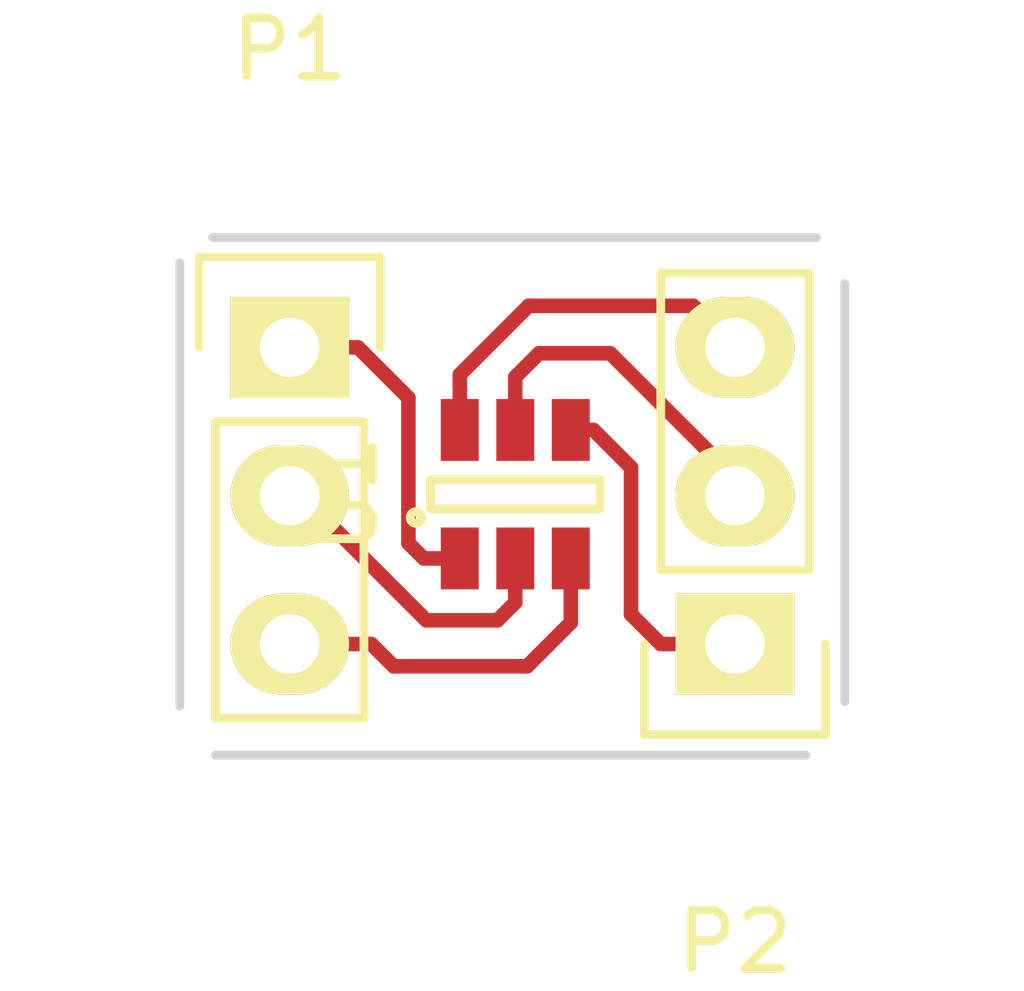
<source format=kicad_pcb>
(kicad_pcb (version 4) (host pcbnew 0.201510170916+6271~30~ubuntu14.04.1-product)

  (general
    (links 6)
    (no_connects 0)
    (area 106.096999 82.855999 117.753201 91.921401)
    (thickness 1.6)
    (drawings 4)
    (tracks 29)
    (zones 0)
    (modules 3)
    (nets 7)
  )

  (page A4)
  (layers
    (0 F.Cu signal)
    (31 B.Cu signal)
    (32 B.Adhes user)
    (33 F.Adhes user)
    (34 B.Paste user)
    (35 F.Paste user)
    (36 B.SilkS user)
    (37 F.SilkS user)
    (38 B.Mask user)
    (39 F.Mask user)
    (40 Dwgs.User user)
    (41 Cmts.User user)
    (42 Eco1.User user)
    (43 Eco2.User user)
    (44 Edge.Cuts user)
    (45 Margin user)
    (46 B.CrtYd user)
    (47 F.CrtYd user)
    (48 B.Fab user)
    (49 F.Fab user)
  )

  (setup
    (last_trace_width 0.25)
    (trace_clearance 0.2)
    (zone_clearance 0.508)
    (zone_45_only no)
    (trace_min 0.2)
    (segment_width 0.2)
    (edge_width 0.15)
    (via_size 0.6)
    (via_drill 0.4)
    (via_min_size 0.4)
    (via_min_drill 0.3)
    (uvia_size 0.3)
    (uvia_drill 0.1)
    (uvias_allowed no)
    (uvia_min_size 0.2)
    (uvia_min_drill 0.1)
    (pcb_text_width 0.3)
    (pcb_text_size 1.5 1.5)
    (mod_edge_width 0.15)
    (mod_text_size 1 1)
    (mod_text_width 0.15)
    (pad_size 1.524 1.524)
    (pad_drill 0.762)
    (pad_to_mask_clearance 0.2)
    (aux_axis_origin 0 0)
    (visible_elements FFFEFF7F)
    (pcbplotparams
      (layerselection 0x00030_80000001)
      (usegerberextensions false)
      (excludeedgelayer true)
      (linewidth 1.000000)
      (plotframeref false)
      (viasonmask false)
      (mode 1)
      (useauxorigin false)
      (hpglpennumber 1)
      (hpglpenspeed 20)
      (hpglpendiameter 15)
      (hpglpenoverlay 2)
      (psnegative false)
      (psa4output false)
      (plotreference true)
      (plotvalue true)
      (plotinvisibletext false)
      (padsonsilk false)
      (subtractmaskfromsilk false)
      (outputformat 1)
      (mirror false)
      (drillshape 1)
      (scaleselection 1)
      (outputdirectory ""))
  )

  (net 0 "")
  (net 1 "Net-(P1-Pad1)")
  (net 2 "Net-(P1-Pad2)")
  (net 3 "Net-(P1-Pad3)")
  (net 4 "Net-(P2-Pad1)")
  (net 5 "Net-(P2-Pad2)")
  (net 6 "Net-(P2-Pad3)")

  (net_class Default "This is the default net class."
    (clearance 0.2)
    (trace_width 0.25)
    (via_dia 0.6)
    (via_drill 0.4)
    (uvia_dia 0.3)
    (uvia_drill 0.1)
    (add_net "Net-(P1-Pad1)")
    (add_net "Net-(P1-Pad2)")
    (add_net "Net-(P1-Pad3)")
    (add_net "Net-(P2-Pad1)")
    (add_net "Net-(P2-Pad2)")
    (add_net "Net-(P2-Pad3)")
  )

  (module Pin_Headers:Pin_Header_Straight_1x03 (layer F.Cu) (tedit 0) (tstamp 56251639)
    (at 108.1278 84.836)
    (descr "Through hole pin header")
    (tags "pin header")
    (path /56251035)
    (fp_text reference P1 (at 0 -5.1) (layer F.SilkS)
      (effects (font (size 1 1) (thickness 0.15)))
    )
    (fp_text value CONN_01X03 (at 0 -3.1) (layer F.Fab)
      (effects (font (size 1 1) (thickness 0.15)))
    )
    (fp_line (start -1.75 -1.75) (end -1.75 6.85) (layer F.CrtYd) (width 0.05))
    (fp_line (start 1.75 -1.75) (end 1.75 6.85) (layer F.CrtYd) (width 0.05))
    (fp_line (start -1.75 -1.75) (end 1.75 -1.75) (layer F.CrtYd) (width 0.05))
    (fp_line (start -1.75 6.85) (end 1.75 6.85) (layer F.CrtYd) (width 0.05))
    (fp_line (start -1.27 1.27) (end -1.27 6.35) (layer F.SilkS) (width 0.15))
    (fp_line (start -1.27 6.35) (end 1.27 6.35) (layer F.SilkS) (width 0.15))
    (fp_line (start 1.27 6.35) (end 1.27 1.27) (layer F.SilkS) (width 0.15))
    (fp_line (start 1.55 -1.55) (end 1.55 0) (layer F.SilkS) (width 0.15))
    (fp_line (start 1.27 1.27) (end -1.27 1.27) (layer F.SilkS) (width 0.15))
    (fp_line (start -1.55 0) (end -1.55 -1.55) (layer F.SilkS) (width 0.15))
    (fp_line (start -1.55 -1.55) (end 1.55 -1.55) (layer F.SilkS) (width 0.15))
    (pad 1 thru_hole rect (at 0 0) (size 2.032 1.7272) (drill 1.016) (layers *.Cu *.Mask F.SilkS)
      (net 1 "Net-(P1-Pad1)"))
    (pad 2 thru_hole oval (at 0 2.54) (size 2.032 1.7272) (drill 1.016) (layers *.Cu *.Mask F.SilkS)
      (net 2 "Net-(P1-Pad2)"))
    (pad 3 thru_hole oval (at 0 5.08) (size 2.032 1.7272) (drill 1.016) (layers *.Cu *.Mask F.SilkS)
      (net 3 "Net-(P1-Pad3)"))
    (model Pin_Headers.3dshapes/Pin_Header_Straight_1x03.wrl
      (at (xyz 0 -0.1 0))
      (scale (xyz 1 1 1))
      (rotate (xyz 0 0 90))
    )
  )

  (module Pin_Headers:Pin_Header_Straight_1x03 (layer F.Cu) (tedit 0) (tstamp 5625164B)
    (at 115.7478 89.916 180)
    (descr "Through hole pin header")
    (tags "pin header")
    (path /56250FDB)
    (fp_text reference P2 (at 0 -5.1 180) (layer F.SilkS)
      (effects (font (size 1 1) (thickness 0.15)))
    )
    (fp_text value CONN_01X03 (at 0 -3.1 180) (layer F.Fab)
      (effects (font (size 1 1) (thickness 0.15)))
    )
    (fp_line (start -1.75 -1.75) (end -1.75 6.85) (layer F.CrtYd) (width 0.05))
    (fp_line (start 1.75 -1.75) (end 1.75 6.85) (layer F.CrtYd) (width 0.05))
    (fp_line (start -1.75 -1.75) (end 1.75 -1.75) (layer F.CrtYd) (width 0.05))
    (fp_line (start -1.75 6.85) (end 1.75 6.85) (layer F.CrtYd) (width 0.05))
    (fp_line (start -1.27 1.27) (end -1.27 6.35) (layer F.SilkS) (width 0.15))
    (fp_line (start -1.27 6.35) (end 1.27 6.35) (layer F.SilkS) (width 0.15))
    (fp_line (start 1.27 6.35) (end 1.27 1.27) (layer F.SilkS) (width 0.15))
    (fp_line (start 1.55 -1.55) (end 1.55 0) (layer F.SilkS) (width 0.15))
    (fp_line (start 1.27 1.27) (end -1.27 1.27) (layer F.SilkS) (width 0.15))
    (fp_line (start -1.55 0) (end -1.55 -1.55) (layer F.SilkS) (width 0.15))
    (fp_line (start -1.55 -1.55) (end 1.55 -1.55) (layer F.SilkS) (width 0.15))
    (pad 1 thru_hole rect (at 0 0 180) (size 2.032 1.7272) (drill 1.016) (layers *.Cu *.Mask F.SilkS)
      (net 4 "Net-(P2-Pad1)"))
    (pad 2 thru_hole oval (at 0 2.54 180) (size 2.032 1.7272) (drill 1.016) (layers *.Cu *.Mask F.SilkS)
      (net 5 "Net-(P2-Pad2)"))
    (pad 3 thru_hole oval (at 0 5.08 180) (size 2.032 1.7272) (drill 1.016) (layers *.Cu *.Mask F.SilkS)
      (net 6 "Net-(P2-Pad3)"))
    (model Pin_Headers.3dshapes/Pin_Header_Straight_1x03.wrl
      (at (xyz 0 -0.1 0))
      (scale (xyz 1 1 1))
      (rotate (xyz 0 0 90))
    )
  )

  (module Housings_SOT-23_SOT-143_TSOT-6:SOT-23-6 (layer F.Cu) (tedit 53DE8DE3) (tstamp 5625165A)
    (at 111.9886 87.3506 90)
    (descr "6-pin SOT-23 package")
    (tags SOT-23-6)
    (path /56251573)
    (attr smd)
    (fp_text reference U1 (at 0 -2.9 90) (layer F.SilkS)
      (effects (font (size 1 1) (thickness 0.15)))
    )
    (fp_text value MCP3421A0T-E/CH (at 0 2.9 90) (layer F.Fab)
      (effects (font (size 1 1) (thickness 0.15)))
    )
    (fp_circle (center -0.4 -1.7) (end -0.3 -1.7) (layer F.SilkS) (width 0.15))
    (fp_line (start 0.25 -1.45) (end -0.25 -1.45) (layer F.SilkS) (width 0.15))
    (fp_line (start 0.25 1.45) (end 0.25 -1.45) (layer F.SilkS) (width 0.15))
    (fp_line (start -0.25 1.45) (end 0.25 1.45) (layer F.SilkS) (width 0.15))
    (fp_line (start -0.25 -1.45) (end -0.25 1.45) (layer F.SilkS) (width 0.15))
    (pad 1 smd rect (at -1.1 -0.95 90) (size 1.06 0.65) (layers F.Cu F.Paste F.Mask)
      (net 1 "Net-(P1-Pad1)"))
    (pad 2 smd rect (at -1.1 0 90) (size 1.06 0.65) (layers F.Cu F.Paste F.Mask)
      (net 2 "Net-(P1-Pad2)"))
    (pad 3 smd rect (at -1.1 0.95 90) (size 1.06 0.65) (layers F.Cu F.Paste F.Mask)
      (net 3 "Net-(P1-Pad3)"))
    (pad 4 smd rect (at 1.1 0.95 90) (size 1.06 0.65) (layers F.Cu F.Paste F.Mask)
      (net 4 "Net-(P2-Pad1)"))
    (pad 6 smd rect (at 1.1 -0.95 90) (size 1.06 0.65) (layers F.Cu F.Paste F.Mask)
      (net 6 "Net-(P2-Pad3)"))
    (pad 5 smd rect (at 1.1 0 90) (size 1.06 0.65) (layers F.Cu F.Paste F.Mask)
      (net 5 "Net-(P2-Pad2)"))
    (model Housings_SOT-23_SOT-143_TSOT-6.3dshapes/SOT-23-6.wrl
      (at (xyz 0 0 0))
      (scale (xyz 1 1 1))
      (rotate (xyz 0 0 0))
    )
  )

  (gr_line (start 106.2482 90.9828) (end 106.2482 83.3882) (angle 90) (layer Edge.Cuts) (width 0.15))
  (gr_line (start 116.967 91.821) (end 106.8578 91.821) (angle 90) (layer Edge.Cuts) (width 0.15))
  (gr_line (start 117.6274 83.7438) (end 117.6274 90.9066) (angle 90) (layer Edge.Cuts) (width 0.15))
  (gr_line (start 106.807 82.9564) (end 117.1448 82.9564) (angle 90) (layer Edge.Cuts) (width 0.15))

  (segment (start 108.1278 84.836) (end 109.2962 84.836) (width 0.25) (layer F.Cu) (net 1))
  (segment (start 110.4216 88.4506) (end 111.0386 88.4506) (width 0.25) (layer F.Cu) (net 1) (tstamp 562516FE))
  (segment (start 110.1598 88.1888) (end 110.4216 88.4506) (width 0.25) (layer F.Cu) (net 1) (tstamp 562516FD))
  (segment (start 110.1598 85.6996) (end 110.1598 88.1888) (width 0.25) (layer F.Cu) (net 1) (tstamp 562516FC))
  (segment (start 109.2962 84.836) (end 110.1598 85.6996) (width 0.25) (layer F.Cu) (net 1) (tstamp 562516FB))
  (segment (start 108.1278 87.376) (end 108.331 87.376) (width 0.25) (layer F.Cu) (net 2))
  (segment (start 108.331 87.376) (end 110.4646 89.5096) (width 0.25) (layer F.Cu) (net 2) (tstamp 56251701))
  (segment (start 110.4646 89.5096) (end 111.6838 89.5096) (width 0.25) (layer F.Cu) (net 2) (tstamp 56251702))
  (segment (start 111.6838 89.5096) (end 111.9886 89.2048) (width 0.25) (layer F.Cu) (net 2) (tstamp 56251704))
  (segment (start 111.9886 89.2048) (end 111.9886 88.4506) (width 0.25) (layer F.Cu) (net 2) (tstamp 56251705))
  (segment (start 108.1278 89.916) (end 109.5248 89.916) (width 0.25) (layer F.Cu) (net 3))
  (segment (start 112.9386 89.5502) (end 112.9386 88.4506) (width 0.25) (layer F.Cu) (net 3) (tstamp 5625170B))
  (segment (start 112.1918 90.297) (end 112.9386 89.5502) (width 0.25) (layer F.Cu) (net 3) (tstamp 5625170A))
  (segment (start 109.9058 90.297) (end 112.1918 90.297) (width 0.25) (layer F.Cu) (net 3) (tstamp 56251709))
  (segment (start 109.5248 89.916) (end 109.9058 90.297) (width 0.25) (layer F.Cu) (net 3) (tstamp 56251708))
  (segment (start 112.9386 86.2506) (end 113.327 86.2506) (width 0.25) (layer F.Cu) (net 4))
  (segment (start 114.4778 89.916) (end 115.7478 89.916) (width 0.25) (layer F.Cu) (net 4) (tstamp 56251711))
  (segment (start 113.9698 89.408) (end 114.4778 89.916) (width 0.25) (layer F.Cu) (net 4) (tstamp 56251710))
  (segment (start 113.9698 86.8934) (end 113.9698 89.408) (width 0.25) (layer F.Cu) (net 4) (tstamp 5625170F))
  (segment (start 113.327 86.2506) (end 113.9698 86.8934) (width 0.25) (layer F.Cu) (net 4) (tstamp 5625170E))
  (segment (start 115.7478 87.376) (end 115.7478 87.0712) (width 0.25) (layer F.Cu) (net 5))
  (segment (start 115.7478 87.0712) (end 113.6142 84.9376) (width 0.25) (layer F.Cu) (net 5) (tstamp 56251714))
  (segment (start 113.6142 84.9376) (end 112.395 84.9376) (width 0.25) (layer F.Cu) (net 5) (tstamp 56251715))
  (segment (start 112.395 84.9376) (end 111.9886 85.344) (width 0.25) (layer F.Cu) (net 5) (tstamp 56251717))
  (segment (start 111.9886 85.344) (end 111.9886 86.2506) (width 0.25) (layer F.Cu) (net 5) (tstamp 56251718))
  (segment (start 111.0386 86.2506) (end 111.0386 85.3034) (width 0.25) (layer F.Cu) (net 6))
  (segment (start 115.0366 84.1248) (end 115.7478 84.836) (width 0.25) (layer F.Cu) (net 6) (tstamp 5625171E))
  (segment (start 112.2172 84.1248) (end 115.0366 84.1248) (width 0.25) (layer F.Cu) (net 6) (tstamp 5625171C))
  (segment (start 111.0386 85.3034) (end 112.2172 84.1248) (width 0.25) (layer F.Cu) (net 6) (tstamp 5625171B))

)

</source>
